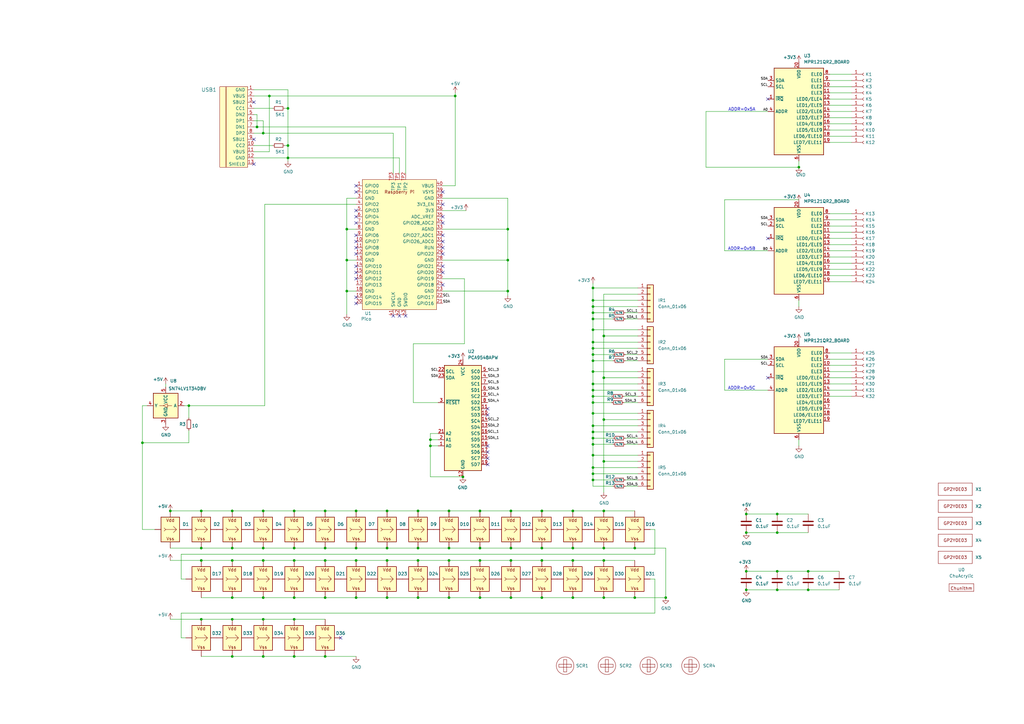
<source format=kicad_sch>
(kicad_sch (version 20211123) (generator eeschema)
  (paper "A3")
  (junction (at 243.205 169.545))
  (junction (at 243.205 160.02))
  (junction (at 247.65 189.23))
  (junction (at 243.205 182.245))
  (junction (at 120.65 224.79))
  (junction (at 58.42 181.61))
  (junction (at 234.95 245.11))
  (junction (at 158.75 209.55))
  (junction (at 107.95 54.61))
  (junction (at 107.95 224.79))
  (junction (at 247.65 245.11))
  (junction (at 243.205 125.73))
  (junction (at 133.35 269.24))
  (junction (at 186.69 39.37))
  (junction (at 120.65 254))
  (junction (at 260.35 245.11))
  (junction (at 247.65 209.55))
  (junction (at 260.35 224.79))
  (junction (at 243.205 177.165))
  (junction (at 243.205 196.85))
  (junction (at 176.53 182.88))
  (junction (at 243.205 165.1))
  (junction (at 222.25 229.87))
  (junction (at 196.85 224.79))
  (junction (at 146.05 229.87))
  (junction (at 176.53 180.34))
  (junction (at 243.205 130.81))
  (junction (at 171.45 209.55))
  (junction (at 82.55 254))
  (junction (at 306.07 234.315))
  (junction (at 120.65 269.24))
  (junction (at 331.47 234.315))
  (junction (at 133.35 224.79))
  (junction (at 82.55 229.87))
  (junction (at 243.205 142.875))
  (junction (at 107.95 245.11))
  (junction (at 243.205 194.31))
  (junction (at 243.205 118.11))
  (junction (at 306.07 241.935))
  (junction (at 120.65 209.55))
  (junction (at 146.05 224.79))
  (junction (at 158.75 229.87))
  (junction (at 318.77 218.44))
  (junction (at 306.07 210.82))
  (junction (at 331.47 241.935))
  (junction (at 196.85 209.55))
  (junction (at 234.95 224.79))
  (junction (at 171.45 245.11))
  (junction (at 142.24 119.38))
  (junction (at 184.15 229.87))
  (junction (at 110.49 39.37))
  (junction (at 95.25 224.79))
  (junction (at 306.07 218.44))
  (junction (at 247.65 154.94))
  (junction (at 327.66 68.58))
  (junction (at 118.11 64.77))
  (junction (at 189.865 195.58))
  (junction (at 95.25 245.11))
  (junction (at 171.45 229.87))
  (junction (at 133.35 209.55))
  (junction (at 184.15 245.11))
  (junction (at 243.205 186.69))
  (junction (at 146.05 209.55))
  (junction (at 247.65 229.87))
  (junction (at 318.77 234.315))
  (junction (at 243.205 152.4))
  (junction (at 247.65 224.79))
  (junction (at 95.25 229.87))
  (junction (at 184.15 224.79))
  (junction (at 209.55 245.11))
  (junction (at 243.205 162.56))
  (junction (at 318.77 210.82))
  (junction (at 107.95 254))
  (junction (at 243.205 128.27))
  (junction (at 247.65 137.795))
  (junction (at 171.45 224.79))
  (junction (at 158.75 245.11))
  (junction (at 107.95 269.24))
  (junction (at 133.35 245.11))
  (junction (at 107.95 229.87))
  (junction (at 243.205 179.705))
  (junction (at 118.11 59.69))
  (junction (at 243.205 191.77))
  (junction (at 142.24 106.68))
  (junction (at 120.65 229.87))
  (junction (at 118.11 44.45))
  (junction (at 95.25 269.24))
  (junction (at 273.05 245.11))
  (junction (at 120.65 245.11))
  (junction (at 243.205 140.335))
  (junction (at 82.55 209.55))
  (junction (at 234.95 209.55))
  (junction (at 222.25 224.79))
  (junction (at 209.55 209.55))
  (junction (at 243.205 135.255))
  (junction (at 95.25 254))
  (junction (at 243.205 174.625))
  (junction (at 77.47 166.37))
  (junction (at 318.77 241.935))
  (junction (at 133.35 229.87))
  (junction (at 107.95 209.55))
  (junction (at 247.65 172.085))
  (junction (at 146.05 245.11))
  (junction (at 142.24 93.98))
  (junction (at 209.55 229.87))
  (junction (at 243.205 145.415))
  (junction (at 209.55 224.79))
  (junction (at 95.25 209.55))
  (junction (at 243.205 157.48))
  (junction (at 222.25 245.11))
  (junction (at 196.85 229.87))
  (junction (at 243.205 123.19))
  (junction (at 222.25 209.55))
  (junction (at 69.85 209.55))
  (junction (at 208.28 106.68))
  (junction (at 208.28 93.98))
  (junction (at 82.55 224.79))
  (junction (at 158.75 224.79))
  (junction (at 105.41 52.07))
  (junction (at 234.95 229.87))
  (junction (at 208.28 119.38))
  (junction (at 196.85 245.11))
  (junction (at 243.205 147.955))
  (junction (at 184.15 209.55))
  (no_connect (at 163.83 129.54))
  (no_connect (at 200.025 187.96))
  (no_connect (at 200.025 190.5))
  (no_connect (at 146.05 99.06))
  (no_connect (at 314.96 154.94))
  (no_connect (at 104.14 67.31))
  (no_connect (at 104.14 41.91))
  (no_connect (at 104.14 57.15))
  (no_connect (at 181.61 101.6))
  (no_connect (at 181.61 104.14))
  (no_connect (at 181.61 109.22))
  (no_connect (at 181.61 111.76))
  (no_connect (at 181.61 78.74))
  (no_connect (at 181.61 83.82))
  (no_connect (at 181.61 88.9))
  (no_connect (at 146.05 121.92))
  (no_connect (at 161.29 129.54))
  (no_connect (at 181.61 91.44))
  (no_connect (at 146.05 104.14))
  (no_connect (at 146.05 111.76))
  (no_connect (at 200.025 185.42))
  (no_connect (at 146.05 124.46))
  (no_connect (at 181.61 96.52))
  (no_connect (at 146.05 78.74))
  (no_connect (at 200.025 170.18))
  (no_connect (at 200.025 167.64))
  (no_connect (at 181.61 116.84))
  (no_connect (at 146.05 96.52))
  (no_connect (at 146.05 109.22))
  (no_connect (at 181.61 99.06))
  (no_connect (at 146.05 76.2))
  (no_connect (at 200.025 182.88))
  (no_connect (at 314.96 40.64))
  (no_connect (at 146.05 114.3))
  (no_connect (at 146.05 86.36))
  (no_connect (at 314.96 97.79))
  (no_connect (at 139.7 261.62))
  (no_connect (at 166.37 129.54))
  (no_connect (at 146.05 101.6))
  (no_connect (at 146.05 91.44))
  (no_connect (at 146.05 88.9))
  (wire (pts (xy 255.905 165.1) (xy 261.62 165.1)))
  (wire (pts (xy 314.96 160.02) (xy 297.18 160.02)))
  (wire (pts (xy 327.66 125.73) (xy 327.66 123.19)))
  (wire (pts (xy 118.11 36.83) (xy 118.11 44.45)))
  (wire (pts (xy 256.54 182.245) (xy 261.62 182.245)))
  (wire (pts (xy 181.61 86.36) (xy 191.135 86.36)))
  (wire (pts (xy 142.24 81.28) (xy 142.24 93.98)))
  (wire (pts (xy 243.205 157.48) (xy 261.62 157.48)))
  (wire (pts (xy 243.205 152.4) (xy 243.205 157.48)))
  (wire (pts (xy 171.45 224.79) (xy 184.15 224.79)))
  (wire (pts (xy 340.36 43.18) (xy 349.25 43.18)))
  (wire (pts (xy 176.53 177.8) (xy 176.53 180.34)))
  (wire (pts (xy 108.585 166.37) (xy 77.47 166.37)))
  (wire (pts (xy 256.54 179.705) (xy 261.62 179.705)))
  (wire (pts (xy 222.25 224.79) (xy 234.95 224.79)))
  (wire (pts (xy 58.42 181.61) (xy 58.42 166.37)))
  (wire (pts (xy 181.61 119.38) (xy 208.28 119.38)))
  (wire (pts (xy 340.36 33.02) (xy 349.25 33.02)))
  (wire (pts (xy 340.36 48.26) (xy 349.25 48.26)))
  (wire (pts (xy 104.14 52.07) (xy 105.41 52.07)))
  (wire (pts (xy 120.65 254) (xy 133.35 254)))
  (wire (pts (xy 247.65 209.55) (xy 260.35 209.55)))
  (wire (pts (xy 340.36 38.1) (xy 349.25 38.1)))
  (wire (pts (xy 243.205 162.56) (xy 250.825 162.56)))
  (wire (pts (xy 243.205 165.1) (xy 243.205 169.545)))
  (wire (pts (xy 110.49 62.23) (xy 110.49 39.37)))
  (wire (pts (xy 243.205 191.77) (xy 261.62 191.77)))
  (wire (pts (xy 349.25 115.57) (xy 340.36 115.57)))
  (wire (pts (xy 146.05 209.55) (xy 158.75 209.55)))
  (wire (pts (xy 208.28 81.28) (xy 208.28 93.98)))
  (wire (pts (xy 247.65 137.795) (xy 247.65 154.94)))
  (wire (pts (xy 268.605 217.17) (xy 268.605 227.33)))
  (wire (pts (xy 69.85 229.87) (xy 82.55 229.87)))
  (wire (pts (xy 327.66 182.88) (xy 327.66 180.34)))
  (wire (pts (xy 176.53 180.34) (xy 176.53 182.88)))
  (wire (pts (xy 349.25 90.17) (xy 340.36 90.17)))
  (wire (pts (xy 268.605 227.33) (xy 74.295 227.33)))
  (wire (pts (xy 243.205 162.56) (xy 243.205 165.1)))
  (wire (pts (xy 349.25 58.42) (xy 340.36 58.42)))
  (wire (pts (xy 243.205 142.875) (xy 243.205 145.415)))
  (wire (pts (xy 340.36 55.88) (xy 349.25 55.88)))
  (wire (pts (xy 95.25 224.79) (xy 107.95 224.79)))
  (wire (pts (xy 74.295 261.62) (xy 76.2 261.62)))
  (wire (pts (xy 196.85 224.79) (xy 209.55 224.79)))
  (wire (pts (xy 243.205 182.245) (xy 243.205 186.69)))
  (wire (pts (xy 243.205 147.955) (xy 243.205 152.4)))
  (wire (pts (xy 243.205 135.255) (xy 261.62 135.255)))
  (wire (pts (xy 266.7 217.17) (xy 268.605 217.17)))
  (wire (pts (xy 340.36 45.72) (xy 349.25 45.72)))
  (wire (pts (xy 58.42 166.37) (xy 60.325 166.37)))
  (wire (pts (xy 234.95 209.55) (xy 247.65 209.55)))
  (wire (pts (xy 297.18 147.32) (xy 314.96 147.32)))
  (wire (pts (xy 340.36 30.48) (xy 349.25 30.48)))
  (wire (pts (xy 261.62 120.65) (xy 247.65 120.65)))
  (wire (pts (xy 327.66 68.58) (xy 327.66 66.04)))
  (wire (pts (xy 349.25 160.02) (xy 340.36 160.02)))
  (wire (pts (xy 95.25 254) (xy 107.95 254)))
  (wire (pts (xy 314.96 45.72) (xy 289.56 45.72)))
  (wire (pts (xy 247.65 172.085) (xy 247.65 189.23)))
  (wire (pts (xy 243.205 165.1) (xy 250.825 165.1)))
  (wire (pts (xy 161.29 54.61) (xy 107.95 54.61)))
  (wire (pts (xy 243.205 177.165) (xy 243.205 179.705)))
  (wire (pts (xy 243.205 174.625) (xy 243.205 177.165)))
  (wire (pts (xy 169.545 140.97) (xy 169.545 165.1)))
  (wire (pts (xy 222.25 229.87) (xy 234.95 229.87)))
  (wire (pts (xy 95.25 245.11) (xy 107.95 245.11)))
  (wire (pts (xy 256.54 128.27) (xy 261.62 128.27)))
  (wire (pts (xy 247.65 154.94) (xy 261.62 154.94)))
  (wire (pts (xy 107.95 269.24) (xy 120.65 269.24)))
  (wire (pts (xy 340.36 35.56) (xy 349.25 35.56)))
  (wire (pts (xy 340.36 50.8) (xy 349.25 50.8)))
  (wire (pts (xy 273.05 245.11) (xy 273.05 224.79)))
  (wire (pts (xy 171.45 245.11) (xy 184.15 245.11)))
  (wire (pts (xy 243.205 142.875) (xy 261.62 142.875)))
  (wire (pts (xy 196.85 229.87) (xy 209.55 229.87)))
  (wire (pts (xy 243.205 145.415) (xy 251.46 145.415)))
  (wire (pts (xy 243.205 147.955) (xy 251.46 147.955)))
  (wire (pts (xy 349.25 152.4) (xy 340.36 152.4)))
  (wire (pts (xy 234.95 224.79) (xy 247.65 224.79)))
  (wire (pts (xy 243.205 194.31) (xy 243.205 196.85)))
  (wire (pts (xy 243.205 169.545) (xy 261.62 169.545)))
  (wire (pts (xy 243.205 118.11) (xy 243.205 123.19)))
  (wire (pts (xy 169.545 165.1) (xy 179.705 165.1)))
  (wire (pts (xy 107.95 245.11) (xy 120.65 245.11)))
  (wire (pts (xy 107.95 229.87) (xy 120.65 229.87)))
  (wire (pts (xy 243.205 128.27) (xy 243.205 130.81)))
  (wire (pts (xy 142.24 93.98) (xy 142.24 106.68)))
  (wire (pts (xy 318.77 234.315) (xy 331.47 234.315)))
  (wire (pts (xy 256.54 145.415) (xy 261.62 145.415)))
  (wire (pts (xy 208.28 119.38) (xy 208.28 121.285)))
  (wire (pts (xy 260.35 224.79) (xy 273.05 224.79)))
  (wire (pts (xy 243.205 140.335) (xy 243.205 142.875)))
  (wire (pts (xy 82.55 229.87) (xy 95.25 229.87)))
  (wire (pts (xy 297.18 102.87) (xy 297.18 81.915)))
  (wire (pts (xy 349.25 87.63) (xy 340.36 87.63)))
  (wire (pts (xy 82.55 254) (xy 95.25 254)))
  (wire (pts (xy 349.25 149.86) (xy 340.36 149.86)))
  (wire (pts (xy 133.35 224.79) (xy 146.05 224.79)))
  (wire (pts (xy 243.205 196.85) (xy 251.46 196.85)))
  (wire (pts (xy 318.77 210.82) (xy 331.47 210.82)))
  (wire (pts (xy 340.36 53.34) (xy 349.25 53.34)))
  (wire (pts (xy 179.705 177.8) (xy 176.53 177.8)))
  (wire (pts (xy 58.42 181.61) (xy 58.42 217.17)))
  (wire (pts (xy 120.65 209.55) (xy 133.35 209.55)))
  (wire (pts (xy 243.205 152.4) (xy 261.62 152.4)))
  (wire (pts (xy 133.35 209.55) (xy 146.05 209.55)))
  (wire (pts (xy 176.53 182.88) (xy 176.53 195.58)))
  (wire (pts (xy 105.41 46.99) (xy 105.41 52.07)))
  (wire (pts (xy 243.205 145.415) (xy 243.205 147.955)))
  (wire (pts (xy 166.37 52.07) (xy 105.41 52.07)))
  (wire (pts (xy 107.95 254) (xy 120.65 254)))
  (wire (pts (xy 95.25 269.24) (xy 107.95 269.24)))
  (wire (pts (xy 209.55 209.55) (xy 222.25 209.55)))
  (wire (pts (xy 171.45 229.87) (xy 184.15 229.87)))
  (wire (pts (xy 331.47 241.935) (xy 344.17 241.935)))
  (wire (pts (xy 209.55 229.87) (xy 222.25 229.87)))
  (wire (pts (xy 349.25 105.41) (xy 340.36 105.41)))
  (wire (pts (xy 104.14 64.77) (xy 118.11 64.77)))
  (wire (pts (xy 107.95 49.53) (xy 107.95 54.61)))
  (wire (pts (xy 146.05 245.11) (xy 158.75 245.11)))
  (wire (pts (xy 190.5 114.3) (xy 181.61 114.3)))
  (wire (pts (xy 247.65 137.795) (xy 261.62 137.795)))
  (wire (pts (xy 190.5 114.3) (xy 190.5 140.97)))
  (wire (pts (xy 166.37 71.12) (xy 166.37 52.07)))
  (wire (pts (xy 243.205 177.165) (xy 261.62 177.165)))
  (wire (pts (xy 77.47 166.37) (xy 77.47 171.45)))
  (wire (pts (xy 243.205 118.11) (xy 261.62 118.11)))
  (wire (pts (xy 176.53 195.58) (xy 189.865 195.58)))
  (wire (pts (xy 176.53 180.34) (xy 179.705 180.34)))
  (wire (pts (xy 349.25 162.56) (xy 340.36 162.56)))
  (wire (pts (xy 234.95 229.87) (xy 247.65 229.87)))
  (wire (pts (xy 163.83 71.12) (xy 163.83 64.77)))
  (wire (pts (xy 108.585 83.82) (xy 108.585 166.37)))
  (wire (pts (xy 77.47 181.61) (xy 58.42 181.61)))
  (wire (pts (xy 82.55 209.55) (xy 95.25 209.55)))
  (wire (pts (xy 349.25 157.48) (xy 340.36 157.48)))
  (wire (pts (xy 176.53 182.88) (xy 179.705 182.88)))
  (wire (pts (xy 120.65 224.79) (xy 133.35 224.79)))
  (wire (pts (xy 234.95 245.11) (xy 247.65 245.11)))
  (wire (pts (xy 349.25 110.49) (xy 340.36 110.49)))
  (wire (pts (xy 222.25 245.11) (xy 234.95 245.11)))
  (wire (pts (xy 268.605 251.46) (xy 74.295 251.46)))
  (wire (pts (xy 349.25 107.95) (xy 340.36 107.95)))
  (wire (pts (xy 58.42 217.17) (xy 63.5 217.17)))
  (wire (pts (xy 306.07 218.44) (xy 318.77 218.44)))
  (wire (pts (xy 171.45 209.55) (xy 184.15 209.55)))
  (wire (pts (xy 243.205 130.81) (xy 243.205 135.255)))
  (wire (pts (xy 243.205 125.73) (xy 261.62 125.73)))
  (wire (pts (xy 74.295 237.49) (xy 76.2 237.49)))
  (wire (pts (xy 104.14 62.23) (xy 110.49 62.23)))
  (wire (pts (xy 110.49 39.37) (xy 186.69 39.37)))
  (wire (pts (xy 349.25 92.71) (xy 340.36 92.71)))
  (wire (pts (xy 256.54 199.39) (xy 261.62 199.39)))
  (wire (pts (xy 190.5 140.97) (xy 169.545 140.97)))
  (wire (pts (xy 104.14 54.61) (xy 107.95 54.61)))
  (wire (pts (xy 95.25 209.55) (xy 107.95 209.55)))
  (wire (pts (xy 74.295 227.33) (xy 74.295 237.49)))
  (wire (pts (xy 74.295 251.46) (xy 74.295 261.62)))
  (wire (pts (xy 349.25 147.32) (xy 340.36 147.32)))
  (wire (pts (xy 247.65 189.23) (xy 261.62 189.23)))
  (wire (pts (xy 243.205 174.625) (xy 261.62 174.625)))
  (wire (pts (xy 95.25 229.87) (xy 107.95 229.87)))
  (wire (pts (xy 104.14 59.69) (xy 111.76 59.69)))
  (wire (pts (xy 120.65 245.11) (xy 133.35 245.11)))
  (wire (pts (xy 255.905 162.56) (xy 261.62 162.56)))
  (wire (pts (xy 107.95 224.79) (xy 120.65 224.79)))
  (wire (pts (xy 146.05 229.87) (xy 158.75 229.87)))
  (wire (pts (xy 161.29 71.12) (xy 161.29 54.61)))
  (wire (pts (xy 142.24 106.68) (xy 142.24 119.38)))
  (wire (pts (xy 318.77 218.44) (xy 331.47 218.44)))
  (wire (pts (xy 104.14 44.45) (xy 111.76 44.45)))
  (wire (pts (xy 243.205 186.69) (xy 261.62 186.69)))
  (wire (pts (xy 340.36 40.64) (xy 349.25 40.64)))
  (wire (pts (xy 107.95 209.55) (xy 120.65 209.55)))
  (wire (pts (xy 247.65 120.65) (xy 247.65 137.795)))
  (wire (pts (xy 243.205 194.31) (xy 261.62 194.31)))
  (wire (pts (xy 247.65 224.79) (xy 260.35 224.79)))
  (wire (pts (xy 118.11 59.69) (xy 116.84 59.69)))
  (wire (pts (xy 349.25 102.87) (xy 340.36 102.87)))
  (wire (pts (xy 163.83 64.77) (xy 118.11 64.77)))
  (wire (pts (xy 82.55 269.24) (xy 95.25 269.24)))
  (wire (pts (xy 256.54 130.81) (xy 261.62 130.81)))
  (wire (pts (xy 120.65 269.24) (xy 133.35 269.24)))
  (wire (pts (xy 266.7 237.49) (xy 268.605 237.49)))
  (wire (pts (xy 243.205 179.705) (xy 243.205 182.245)))
  (wire (pts (xy 196.85 245.11) (xy 209.55 245.11)))
  (wire (pts (xy 256.54 147.955) (xy 261.62 147.955)))
  (wire (pts (xy 104.14 36.83) (xy 118.11 36.83)))
  (wire (pts (xy 82.55 245.11) (xy 95.25 245.11)))
  (wire (pts (xy 104.14 39.37) (xy 110.49 39.37)))
  (wire (pts (xy 268.605 237.49) (xy 268.605 251.46)))
  (wire (pts (xy 331.47 234.315) (xy 344.17 234.315)))
  (wire (pts (xy 243.205 179.705) (xy 251.46 179.705)))
  (wire (pts (xy 256.54 196.85) (xy 261.62 196.85)))
  (wire (pts (xy 184.15 224.79) (xy 196.85 224.79)))
  (wire (pts (xy 243.205 128.27) (xy 251.46 128.27)))
  (wire (pts (xy 184.15 229.87) (xy 196.85 229.87)))
  (wire (pts (xy 243.205 123.19) (xy 261.62 123.19)))
  (wire (pts (xy 158.75 209.55) (xy 171.45 209.55)))
  (wire (pts (xy 261.62 160.02) (xy 243.205 160.02)))
  (wire (pts (xy 146.05 81.28) (xy 142.24 81.28)))
  (wire (pts (xy 297.18 160.02) (xy 297.18 147.32)))
  (wire (pts (xy 142.24 119.38) (xy 146.05 119.38)))
  (wire (pts (xy 208.28 106.68) (xy 208.28 119.38)))
  (wire (pts (xy 297.18 81.915) (xy 327.66 81.915)))
  (wire (pts (xy 77.47 176.53) (xy 77.47 181.61)))
  (wire (pts (xy 69.85 254) (xy 82.55 254)))
  (wire (pts (xy 243.205 116.205) (xy 243.205 118.11)))
  (wire (pts (xy 146.05 224.79) (xy 158.75 224.79)))
  (wire (pts (xy 158.75 224.79) (xy 171.45 224.79)))
  (wire (pts (xy 243.205 199.39) (xy 251.46 199.39)))
  (wire (pts (xy 289.56 45.72) (xy 289.56 68.58)))
  (wire (pts (xy 133.35 269.24) (xy 146.05 269.24)))
  (wire (pts (xy 181.61 81.28) (xy 208.28 81.28)))
  (wire (pts (xy 120.65 229.87) (xy 133.35 229.87)))
  (wire (pts (xy 349.25 154.94) (xy 340.36 154.94)))
  (wire (pts (xy 158.75 229.87) (xy 171.45 229.87)))
  (wire (pts (xy 243.205 160.02) (xy 243.205 162.56)))
  (wire (pts (xy 181.61 106.68) (xy 208.28 106.68)))
  (wire (pts (xy 133.35 229.87) (xy 146.05 229.87)))
  (wire (pts (xy 67.945 157.48) (xy 67.945 158.75)))
  (wire (pts (xy 118.11 44.45) (xy 118.11 59.69)))
  (wire (pts (xy 243.205 182.245) (xy 251.46 182.245)))
  (wire (pts (xy 133.35 245.11) (xy 146.05 245.11)))
  (wire (pts (xy 82.55 224.79) (xy 95.25 224.79)))
  (wire (pts (xy 247.65 172.085) (xy 261.62 172.085)))
  (wire (pts (xy 208.28 93.98) (xy 208.28 106.68)))
  (wire (pts (xy 196.85 209.55) (xy 209.55 209.55)))
  (wire (pts (xy 118.11 64.77) (xy 118.11 66.04)))
  (wire (pts (xy 318.77 241.935) (xy 331.47 241.935)))
  (wire (pts (xy 306.07 241.935) (xy 318.77 241.935)))
  (wire (pts (xy 247.65 154.94) (xy 247.65 172.085)))
  (wire (pts (xy 247.65 229.87) (xy 260.35 229.87)))
  (wire (pts (xy 349.25 100.33) (xy 340.36 100.33)))
  (wire (pts (xy 314.96 102.87) (xy 297.18 102.87)))
  (wire (pts (xy 289.56 68.58) (xy 327.66 68.58)))
  (wire (pts (xy 184.15 245.11) (xy 196.85 245.11)))
  (wire (pts (xy 181.61 93.98) (xy 208.28 93.98)))
  (wire (pts (xy 209.55 224.79) (xy 222.25 224.79)))
  (wire (pts (xy 243.205 135.255) (xy 243.205 140.335)))
  (wire (pts (xy 247.65 245.11) (xy 260.35 245.11)))
  (wire (pts (xy 260.35 245.11) (xy 273.05 245.11)))
  (wire (pts (xy 243.205 125.73) (xy 243.205 128.27)))
  (wire (pts (xy 184.15 209.55) (xy 196.85 209.55)))
  (wire (pts (xy 186.69 39.37) (xy 186.69 38.1)))
  (wire (pts (xy 158.75 245.11) (xy 171.45 245.11)))
  (wire (pts (xy 104.14 49.53) (xy 107.95 49.53)))
  (wire (pts (xy 118.11 59.69) (xy 118.11 64.77)))
  (wire (pts (xy 349.25 144.78) (xy 340.36 144.78)))
  (wire (pts (xy 209.55 245.11) (xy 222.25 245.11)))
  (wire (pts (xy 222.25 209.55) (xy 234.95 209.55)))
  (wire (pts (xy 306.07 210.82) (xy 318.77 210.82)))
  (wire (pts (xy 104.14 46.99) (xy 105.41 46.99)))
  (wire (pts (xy 243.205 123.19) (xy 243.205 125.73)))
  (wire (pts (xy 142.24 93.98) (xy 146.05 93.98)))
  (wire (pts (xy 243.205 157.48) (xy 243.205 160.02)))
  (wire (pts (xy 118.11 44.45) (xy 116.84 44.45)))
  (wire (pts (xy 69.85 224.79) (xy 82.55 224.79)))
  (wire (pts (xy 243.205 191.77) (xy 243.205 194.31)))
  (wire (pts (xy 243.205 140.335) (xy 261.62 140.335)))
  (wire (pts (xy 181.61 76.2) (xy 186.69 76.2)))
  (wire (pts (xy 77.47 166.37) (xy 75.565 166.37)))
  (wire (pts (xy 349.25 97.79) (xy 340.36 97.79)))
  (wire (pts (xy 349.25 95.25) (xy 340.36 95.25)))
  (wire (pts (xy 243.205 130.81) (xy 251.46 130.81)))
  (wire (pts (xy 69.85 209.55) (xy 82.55 209.55)))
  (wire (pts (xy 186.69 39.37) (xy 186.69 76.2)))
  (wire (pts (xy 243.205 186.69) (xy 243.205 191.77)))
  (wire (pts (xy 142.24 119.38) (xy 142.24 128.905)))
  (wire (pts (xy 243.205 169.545) (xy 243.205 174.625)))
  (wire (pts (xy 142.24 106.68) (xy 146.05 106.68)))
  (wire (pts (xy 306.07 234.315) (xy 318.77 234.315)))
  (wire (pts (xy 247.65 189.23) (xy 247.65 201.93)))
  (wire (pts (xy 146.05 83.82) (xy 108.585 83.82)))
  (wire (pts (xy 349.25 113.03) (xy 340.36 113.03)))
  (wire (pts (xy 243.205 196.85) (xy 243.205 199.39)))
  (text "ADDR=0x5C" (at 309.88 160.02 180) (effects (font (size 1.27 1.27)) (justify right bottom)))
  (text "ADDR=0x5A" (at 309.88 45.72 180) (effects (font (size 1.27 1.27)) (justify right bottom)))
  (text "ADDR=0x5B" (at 309.88 102.87 180) (effects (font (size 1.27 1.27)) (justify right bottom)))
  (label "SCL_2" (at 261.62 145.415 180) (effects (font (size 1 1))))
  (label "SDA_3" (at 260.985 165.1 180) (effects (font (size 1 1))))
  (label "SCL_2" (at 200.025 172.72 0) (effects (font (size 1 1))))
  (label "SDA_5" (at 200.025 160.02 0) (effects (font (size 1 1))))
  (label "SCL_4" (at 261.62 179.705 180) (effects (font (size 1 1))))
  (label "SDA_4" (at 200.025 165.1 0) (effects (font (size 1 1))))
  (label "SCL" (at 314.96 149.86 180) (effects (font (size 1 1))))
  (label "SCL_1" (at 261.62 128.27 180) (effects (font (size 1 1))))
  (label "SCL_4" (at 200.025 162.56 0) (effects (font (size 1 1))))
  (label "SDA_2" (at 261.62 147.955 180) (effects (font (size 1 1))))
  (label "SCL_3" (at 260.985 162.56 180) (effects (font (size 1 1))))
  (label "SDA" (at 179.705 154.94 180) (effects (font (size 1 1))))
  (label "SCL_1" (at 200.025 177.8 0) (effects (font (size 1 1))))
  (label "SDA_3" (at 200.025 154.94 0) (effects (font (size 1 1))))
  (label "SDA_5" (at 261.62 199.39 180) (effects (font (size 1 1))))
  (label "SCL" (at 314.96 35.56 180) (effects (font (size 1 1))))
  (label "SDA_4" (at 261.62 182.245 180) (effects (font (size 1 1))))
  (label "SDA" (at 314.96 147.32 180) (effects (font (size 1 1))))
  (label "SCL_3" (at 200.025 152.4 0) (effects (font (size 1 1))))
  (label "SDA" (at 314.96 90.17 180) (effects (font (size 1 1))))
  (label "SCL_5" (at 200.025 157.48 0) (effects (font (size 1 1))))
  (label "SDA_2" (at 200.025 175.26 0) (effects (font (size 1 1))))
  (label "A0" (at 314.96 45.72 180) (effects (font (size 1 1))))
  (label "SCL" (at 181.61 121.92 0) (effects (font (size 1 1))))
  (label "SDA" (at 181.61 124.46 0) (effects (font (size 1 1))))
  (label "SCL" (at 179.705 152.4 180) (effects (font (size 1 1))))
  (label "SCL" (at 314.96 92.71 180) (effects (font (size 1 1))))
  (label "B0" (at 314.96 102.87 180) (effects (font (size 1 1))))
  (label "SDA_1" (at 261.62 130.81 180) (effects (font (size 1 1))))
  (label "SDA" (at 314.96 33.02 180) (effects (font (size 1 1))))
  (label "SDA_1" (at 200.025 180.34 0) (effects (font (size 1 1))))
  (label "SCL_5" (at 261.62 196.85 180) (effects (font (size 1 1))))
  (symbol (lib_id "MCU_RaspberryPi_and_Boards:Pico") (at 163.83 100.33 0) (unit 1)
    (property "Reference" "U1" (at 152.4 128.4986 0) (effects (justify right)))
    (property "Value" "Pico" (at 152.4 130.81 0) (effects (justify right)))
    (property "Footprint" "chu_main:RPi_Pico_SMD_Pins_Strip" (effects hide))
  )
  (symbol (lib_id "Type-C:HRO-TYPE-C-31-M-12") (at 101.6 50.8 0) (unit 1)
    (property "Reference" "USB1" (at 82.55 36.83 0) (effects (font (size 1.524 1.524)) (justify left)))
    (property "Value" "U262-161N-4BVC11" (effects hide))
    (property "Footprint" "Type-C:HRO-TYPE-C-31-M-12-Assembly" (effects hide))
    (property "LCSC" "C319148" (effects hide))
  )
  (symbol (lib_id "power:GND") (at 118.11 66.04 0) (unit 1)
    (property "Reference" "#PWR0112" (effects hide))
    (property "Value" "GND" (at 118.237 70.4342 0))
  )
  (symbol (lib_id "power:+5V") (at 186.69 38.1 0) (unit 1)
    (property "Reference" "#PWR0114" (effects hide))
    (property "Value" "+5V" (at 186.69 34.29 0))
  )
  (symbol (lib_id "Device:R_Small") (at 114.3 59.69 90) (unit 1)
    (property "Reference" "R2" (at 115.57 57.15 90) (effects (justify left)))
    (property "Value" "5K1" (at 116.84 62.23 90) (effects (justify left)))
    (property "Footprint" "Resistor_SMD:R_0603_1608Metric" (effects hide))
    (property "LCSC" "C23186" (effects hide))
  )
  (symbol (lib_id "Device:R_Small") (at 114.3 44.45 90) (unit 1)
    (property "Reference" "R1" (at 115.57 41.91 90) (effects (justify left)))
    (property "Value" "5K1" (at 116.84 46.99 90) (effects (justify left)))
    (property "Footprint" "Resistor_SMD:R_0603_1608Metric" (effects hide))
    (property "LCSC" "C23186" (effects hide))
  )
  (symbol (lib_id "Connector:Conn_01x01_Female") (at 354.33 55.88 0) (unit 1)
    (property "Reference" "K11" (at 354.965 55.8799 0) (effects (justify left)))
    (property "Value" "Conn_01x01_Female" (effects hide))
    (property "Footprint" "chu_main:ChuKey" (effects hide))
  )
  (symbol (lib_id "chu_main:WS2812B_Unified") (at 82.55 261.62 0) (unit 1)
    (property "Reference" "D32" (at 88.9 259.715 0))
    (property "Value" "WS2812B_Unified" (effects hide))
    (property "Footprint" "chu_main:WS2812B-2835" (effects hide))
  )
  (symbol (lib_id "Device:R_Small") (at 253.365 165.1 270) (unit 1)
    (property "Reference" "R9" (at 248.92 163.83 90) (effects (justify left)))
    (property "Value" "4.7K" (at 251.9925 165.1156 90) (effects (font (size 0.8 0.8)) (justify left)))
    (property "Footprint" "Resistor_SMD:R_0603_1608Metric" (effects hide))
    (property "LCSC" "C23186" (effects hide))
  )
  (symbol (lib_id "Connector:Conn_01x01_Female") (at 354.33 35.56 0) (unit 1)
    (property "Reference" "K3" (at 354.965 35.5599 0) (effects (justify left)))
    (property "Value" "Conn_01x01_Female" (effects hide))
    (property "Footprint" "chu_main:ChuKey" (effects hide))
  )
  (symbol (lib_id "chu_main:GP2Y0E03_REAL") (at 391.795 196.215 0) (unit 1)
    (property "Reference" "X1" (at 400.05 200.6599 0) (effects (justify left)))
    (property "Value" "GP2Y0E03_REAL" (effects hide))
    (property "Footprint" "chu_main:GP2Y0E03_REAL" (effects hide))
  )
  (symbol (lib_id "power:GND") (at 327.66 68.58 0) (unit 1)
    (property "Reference" "#PWR0122" (effects hide))
    (property "Value" "GND" (at 328.422 71.7042 0))
  )
  (symbol (lib_id "Connector:Conn_01x01_Female") (at 354.33 162.56 0) (unit 1)
    (property "Reference" "K32" (at 354.965 162.56 0) (effects (justify left)))
    (property "Value" "Conn_01x01_Female" (effects hide))
    (property "Footprint" "chu_main:ChuKeyScrews" (effects hide))
  )
  (symbol (lib_id "chu_main:WS2812B_Unified") (at 82.55 237.49 0) (unit 1)
    (property "Reference" "D17" (at 88.9 235.331 0))
    (property "Value" "WS2812B_Unified" (effects hide))
    (property "Footprint" "chu_main:WS2812B-4020" (effects hide))
  )
  (symbol (lib_id "chu_main:WS2812B_Unified") (at 120.65 237.49 0) (unit 1)
    (property "Reference" "D20" (at 127 235.331 0))
    (property "Value" "WS2812B_Unified" (effects hide))
    (property "Footprint" "chu_main:WS2812B-4020" (effects hide))
  )
  (symbol (lib_id "chu_main:GP2Y0E03_REAL") (at 391.795 203.2 0) (unit 1)
    (property "Reference" "X2" (at 400.05 207.6449 0) (effects (justify left)))
    (property "Value" "GP2Y0E03_REAL" (effects hide))
    (property "Footprint" "chu_main:GP2Y0E03_REAL" (effects hide))
  )
  (symbol (lib_id "Device:C") (at 306.07 238.125 0) (unit 1)
    (property "Reference" "C4" (at 309.88 236.8549 0) (effects (justify left)))
    (property "Value" "0.1uF" (at 309.88 239.3949 0) (effects (justify left)))
    (property "Footprint" "Capacitor_SMD:C_0603_1608Metric_Pad1.08x0.95mm_HandSolder" (effects hide))
  )
  (symbol (lib_id "chu_main:WS2812B_Unified") (at 146.05 217.17 0) (unit 1)
    (property "Reference" "D7" (at 152.4 215.011 0))
    (property "Value" "WS2812B_Unified" (effects hide))
    (property "Footprint" "chu_main:WS2812B-4020" (effects hide))
  )
  (symbol (lib_id "Connector:Conn_01x01_Female") (at 354.33 90.17 0) (unit 1)
    (property "Reference" "K14" (at 354.965 90.17 0) (effects (justify left)))
    (property "Value" "Conn_01x01_Female" (effects hide))
    (property "Footprint" "chu_main:ChuKeyScrews" (effects hide))
  )
  (symbol (lib_id "Device:C") (at 331.47 214.63 0) (unit 1)
    (property "Reference" "C3" (at 335.28 213.3599 0) (effects (justify left)))
    (property "Value" "0.1uF" (at 335.28 215.8999 0) (effects (justify left)))
    (property "Footprint" "Capacitor_SMD:C_0603_1608Metric_Pad1.08x0.95mm_HandSolder" (effects hide))
  )
  (symbol (lib_id "Connector:Conn_01x01_Female") (at 354.33 154.94 0) (unit 1)
    (property "Reference" "K29" (at 354.965 154.94 0) (effects (justify left)))
    (property "Value" "Conn_01x01_Female" (effects hide))
    (property "Footprint" "chu_main:ChuKey" (effects hide))
  )
  (symbol (lib_id "Device:C") (at 344.17 238.125 0) (unit 1)
    (property "Reference" "C7" (at 347.98 236.8549 0) (effects (justify left)))
    (property "Value" "0.1uF" (at 347.98 239.3949 0) (effects (justify left)))
    (property "Footprint" "Capacitor_SMD:C_0603_1608Metric_Pad1.08x0.95mm_HandSolder" (effects hide))
  )
  (symbol (lib_id "chu_main:WS2812B_Unified") (at 133.35 237.49 0) (unit 1)
    (property "Reference" "D21" (at 139.7 235.331 0))
    (property "Value" "WS2812B_Unified" (effects hide))
    (property "Footprint" "chu_main:WS2812B-4020" (effects hide))
  )
  (symbol (lib_id "Device:R_Small") (at 254 147.955 270) (unit 1)
    (property "Reference" "R7" (at 249.555 146.685 90) (effects (justify left)))
    (property "Value" "4.7K" (at 252.6275 147.9706 90) (effects (font (size 0.8 0.8)) (justify left)))
    (property "Footprint" "Resistor_SMD:R_0603_1608Metric" (effects hide))
    (property "LCSC" "C23186" (effects hide))
  )
  (symbol (lib_id "chu_main:WS2812B_Unified") (at 120.65 261.62 0) (unit 1)
    (property "Reference" "D35" (at 127 259.715 0))
    (property "Value" "WS2812B_Unified" (effects hide))
    (property "Footprint" "chu_main:WS2812B-2835" (effects hide))
  )
  (symbol (lib_id "chu_main:WS2812B_Unified") (at 171.45 217.17 0) (unit 1)
    (property "Reference" "D9" (at 177.8 215.011 0))
    (property "Value" "WS2812B_Unified" (effects hide))
    (property "Footprint" "chu_main:WS2812B-4020" (effects hide))
  )
  (symbol (lib_id "chu_main:WS2812B_Unified") (at 69.85 217.17 0) (unit 1)
    (property "Reference" "D1" (at 76.2 215.011 0))
    (property "Value" "WS2812B_Unified" (effects hide))
    (property "Footprint" "chu_main:WS2812B-4020" (effects hide))
  )
  (symbol (lib_id "Connector:Conn_01x01_Female") (at 354.33 157.48 0) (unit 1)
    (property "Reference" "K30" (at 354.965 157.48 0) (effects (justify left)))
    (property "Value" "Conn_01x01_Female" (effects hide))
    (property "Footprint" "chu_main:ChuKeyScrews" (effects hide))
  )
  (symbol (lib_id "Connector:Conn_01x01_Female") (at 354.33 30.48 0) (unit 1)
    (property "Reference" "K1" (at 354.965 30.4799 0) (effects (justify left)))
    (property "Value" "Conn_01x01_Female" (effects hide))
    (property "Footprint" "chu_main:ChuKey" (effects hide))
  )
  (symbol (lib_id "power:+3V3") (at 306.07 234.315 0) (unit 1)
    (property "Reference" "#PWR0105" (effects hide))
    (property "Value" "+3V3" (at 305.435 230.505 0))
  )
  (symbol (lib_id "power:GND") (at 306.07 241.935 0) (unit 1)
    (property "Reference" "#PWR0116" (effects hide))
    (property "Value" "GND" (at 306.197 246.3292 0))
  )
  (symbol (lib_id "Connector:Conn_01x01_Female") (at 354.33 45.72 0) (unit 1)
    (property "Reference" "K7" (at 354.965 45.7199 0) (effects (justify left)))
    (property "Value" "Conn_01x01_Female" (effects hide))
    (property "Footprint" "chu_main:ChuKey" (effects hide))
  )
  (symbol (lib_id "Device:R_Small") (at 77.47 173.99 180) (unit 1)
    (property "Reference" "R3" (at 76.2 173.99 0) (effects (justify left)))
    (property "Value" "10" (at 81.28 174.625 0) (effects (justify left)))
    (property "Footprint" "Resistor_SMD:R_0603_1608Metric" (effects hide))
    (property "LCSC" "C23186" (effects hide))
  )
  (symbol (lib_id "chu_main:WS2812B_Unified") (at 184.15 237.49 0) (unit 1)
    (property "Reference" "D25" (at 190.5 235.331 0))
    (property "Value" "WS2812B_Unified" (effects hide))
    (property "Footprint" "chu_main:WS2812B-4020" (effects hide))
  )
  (symbol (lib_id "chu_main:WS2812B_Unified") (at 222.25 237.49 0) (unit 1)
    (property "Reference" "D28" (at 228.6 235.331 0))
    (property "Value" "WS2812B_Unified" (effects hide))
    (property "Footprint" "chu_main:WS2812B-4020" (effects hide))
  )
  (symbol (lib_id "power:+5V") (at 69.85 254 0) (unit 1)
    (property "Reference" "#PWR0115" (effects hide))
    (property "Value" "+5V" (at 66.675 252.095 0))
  )
  (symbol (lib_id "power:GND") (at 142.24 128.905 0) (unit 1)
    (property "Reference" "#PWR0125" (effects hide))
    (property "Value" "GND" (at 142.367 133.2992 0))
  )
  (symbol (lib_id "power:GND") (at 208.28 121.285 0) (unit 1)
    (property "Reference" "#PWR0103" (effects hide))
    (property "Value" "GND" (at 208.407 125.6792 0))
  )
  (symbol (lib_id "power:+5V") (at 67.945 157.48 0) (unit 1)
    (property "Reference" "#PWR0117" (effects hide))
    (property "Value" "+5V" (at 64.77 155.575 0))
  )
  (symbol (lib_id "Connector:Conn_01x01_Female") (at 354.33 160.02 0) (unit 1)
    (property "Reference" "K31" (at 354.965 160.02 0) (effects (justify left)))
    (property "Value" "Conn_01x01_Female" (effects hide))
    (property "Footprint" "chu_main:ChuKey" (effects hide))
  )
  (symbol (lib_id "Device:R_Small") (at 254 128.27 270) (unit 1)
    (property "Reference" "R4" (at 249.555 127 90) (effects (justify left)))
    (property "Value" "4.7K" (at 252.5688 128.2982 90) (effects (font (size 0.8 0.8)) (justify left)))
    (property "Footprint" "Resistor_SMD:R_0603_1608Metric" (effects hide))
    (property "LCSC" "C23186" (effects hide))
  )
  (symbol (lib_id "chu_main:WS2812B_Unified") (at 107.95 237.49 0) (unit 1)
    (property "Reference" "D19" (at 114.3 235.331 0))
    (property "Value" "WS2812B_Unified" (effects hide))
    (property "Footprint" "chu_main:WS2812B-4020" (effects hide))
  )
  (symbol (lib_id "chu_main:WS2812B_Unified") (at 184.15 217.17 0) (unit 1)
    (property "Reference" "D10" (at 190.5 215.011 0))
    (property "Value" "WS2812B_Unified" (effects hide))
    (property "Footprint" "chu_main:WS2812B-4020" (effects hide))
  )
  (symbol (lib_id "Device:R_Small") (at 254 179.705 270) (unit 1)
    (property "Reference" "R10" (at 248.285 178.435 90) (effects (justify left)))
    (property "Value" "4.7K" (at 252.5688 179.7332 90) (effects (font (size 0.8 0.8)) (justify left)))
    (property "Footprint" "Resistor_SMD:R_0603_1608Metric" (effects hide))
    (property "LCSC" "C23186" (effects hide))
  )
  (symbol (lib_id "chu_main:WS2812B_Unified") (at 222.25 217.17 0) (unit 1)
    (property "Reference" "D13" (at 228.6 215.011 0))
    (property "Value" "WS2812B_Unified" (effects hide))
    (property "Footprint" "chu_main:WS2812B-4020" (effects hide))
  )
  (symbol (lib_id "Device:C") (at 331.47 238.125 0) (unit 1)
    (property "Reference" "C6" (at 335.28 236.8549 0) (effects (justify left)))
    (property "Value" "0.1uF" (at 335.28 239.3949 0) (effects (justify left)))
    (property "Footprint" "Capacitor_SMD:C_0603_1608Metric_Pad1.08x0.95mm_HandSolder" (effects hide))
  )
  (symbol (lib_id "Connector:Conn_01x01_Female") (at 354.33 149.86 0) (unit 1)
    (property "Reference" "K27" (at 354.965 149.86 0) (effects (justify left)))
    (property "Value" "Conn_01x01_Female" (effects hide))
    (property "Footprint" "chu_main:ChuKey" (effects hide))
  )
  (symbol (lib_id "power:GND") (at 327.66 182.88 0) (unit 1)
    (property "Reference" "#PWR0119" (effects hide))
    (property "Value" "GND" (at 327.787 187.2742 0))
  )
  (symbol (lib_id "iidx_teeny:ScrewHole") (at 248.92 273.05 0) (unit 1)
    (property "Reference" "SCR2" (at 254 273.0499 0) (effects (justify left)))
    (property "Value" "ScrewHole" (effects hide))
    (property "Footprint" "chu_main:MountingHole_3.2mm_M3" (effects hide))
  )
  (symbol (lib_id "Connector:Conn_01x01_Female") (at 354.33 102.87 0) (unit 1)
    (property "Reference" "K19" (at 354.965 102.87 0) (effects (justify left)))
    (property "Value" "Conn_01x01_Female" (effects hide))
    (property "Footprint" "chu_main:ChuKey" (effects hide))
  )
  (symbol (lib_id "Device:R_Small") (at 254 199.39 270) (unit 1)
    (property "Reference" "R13" (at 248.285 198.12 90) (effects (justify left)))
    (property "Value" "4.7K" (at 252.6275 199.4056 90) (effects (font (size 0.8 0.8)) (justify left)))
    (property "Footprint" "Resistor_SMD:R_0603_1608Metric" (effects hide))
    (property "LCSC" "C23186" (effects hide))
  )
  (symbol (lib_id "Connector_Generic:Conn_01x06") (at 266.7 174.625 0) (unit 1)
    (property "Reference" "IR4" (at 269.875 174.6249 0) (effects (justify left)))
    (property "Value" "Conn_01x06" (at 269.875 177.1649 0) (effects (justify left)))
    (property "Footprint" "chu_main:GP2Y0E03" (effects hide))
  )
  (symbol (lib_id "Connector:Conn_01x01_Female") (at 354.33 43.18 0) (unit 1)
    (property "Reference" "K6" (at 354.965 43.18 0) (effects (justify left)))
    (property "Value" "Conn_01x01_Female" (effects hide))
    (property "Footprint" "chu_main:ChuKeyScrews" (effects hide))
  )
  (symbol (lib_id "chu_main:WS2812B_Unified") (at 196.85 237.49 0) (unit 1)
    (property "Reference" "D26" (at 203.2 235.331 0))
    (property "Value" "WS2812B_Unified" (effects hide))
    (property "Footprint" "chu_main:WS2812B-4020" (effects hide))
  )
  (symbol (lib_id "power:+3V3") (at 189.865 147.32 0) (unit 1)
    (property "Reference" "#PWR?" (effects hide))
    (property "Value" "+3V3" (at 186.055 146.05 0))
  )
  (symbol (lib_id "power:GND") (at 67.945 173.99 0) (unit 1)
    (property "Reference" "#PWR0113" (effects hide))
    (property "Value" "GND" (at 68.072 178.3842 0))
  )
  (symbol (lib_id "Connector:Conn_01x01_Female") (at 354.33 92.71 0) (unit 1)
    (property "Reference" "K15" (at 354.965 92.71 0) (effects (justify left)))
    (property "Value" "Conn_01x01_Female" (effects hide))
    (property "Footprint" "chu_main:ChuKey" (effects hide))
  )
  (symbol (lib_id "chu_main:WS2812B_Unified") (at 196.85 217.17 0) (unit 1)
    (property "Reference" "D11" (at 203.2 215.011 0))
    (property "Value" "WS2812B_Unified" (effects hide))
    (property "Footprint" "chu_main:WS2812B-4020" (effects hide))
  )
  (symbol (lib_id "chu_main:WS2812B_Unified") (at 171.45 237.49 0) (unit 1)
    (property "Reference" "D24" (at 177.8 235.331 0))
    (property "Value" "WS2812B_Unified" (effects hide))
    (property "Footprint" "chu_main:WS2812B-4020" (effects hide))
  )
  (symbol (lib_id "power:GND") (at 327.66 125.73 0) (unit 1)
    (property "Reference" "#PWR0120" (effects hide))
    (property "Value" "GND" (at 327.787 130.1242 0))
  )
  (symbol (lib_id "chu_main:WS2812B_Unified") (at 209.55 217.17 0) (unit 1)
    (property "Reference" "D12" (at 215.9 215.011 0))
    (property "Value" "WS2812B_Unified" (effects hide))
    (property "Footprint" "chu_main:WS2812B-4020" (effects hide))
  )
  (symbol (lib_id "Connector_Generic:Conn_01x06") (at 266.7 123.19 0) (unit 1)
    (property "Reference" "IR1" (at 269.875 123.1899 0) (effects (justify left)))
    (property "Value" "Conn_01x06" (at 269.875 125.7299 0) (effects (justify left)))
    (property "Footprint" "chu_main:GP2Y0E03" (effects hide))
  )
  (symbol (lib_id "chu_main:GP2Y0E03_REAL") (at 391.795 210.185 0) (unit 1)
    (property "Reference" "X3" (at 400.05 214.6299 0) (effects (justify left)))
    (property "Value" "GP2Y0E03_REAL" (effects hide))
    (property "Footprint" "chu_main:GP2Y0E03_REAL" (effects hide))
  )
  (symbol (lib_id "power:GND") (at 189.865 195.58 0) (mirror y) (unit 1)
    (property "Reference" "#PWR?" (effects hide))
    (property "Value" "GND" (at 189.738 199.9742 0))
  )
  (symbol (lib_id "Device:R_Small") (at 254 145.415 270) (unit 1)
    (property "Reference" "R6" (at 249.555 144.145 90) (effects (justify left)))
    (property "Value" "4.7K" (at 252.5688 145.4432 90) (effects (font (size 0.8 0.8)) (justify left)))
    (property "Footprint" "Resistor_SMD:R_0603_1608Metric" (effects hide))
    (property "LCSC" "C23186" (effects hide))
  )
  (symbol (lib_id "Device:C") (at 318.77 238.125 0) (unit 1)
    (property "Reference" "C5" (at 322.58 236.8549 0) (effects (justify left)))
    (property "Value" "0.1uF" (at 322.58 239.3949 0) (effects (justify left)))
    (property "Footprint" "Capacitor_SMD:C_0603_1608Metric_Pad1.08x0.95mm_HandSolder" (effects hide))
  )
  (symbol (lib_id "chu_main:WS2812B_Unified") (at 107.95 261.62 0) (unit 1)
    (property "Reference" "D34" (at 114.3 259.715 0))
    (property "Value" "WS2812B_Unified" (effects hide))
    (property "Footprint" "chu_main:WS2812B-2835" (effects hide))
  )
  (symbol (lib_id "Connector:Conn_01x01_Female") (at 354.33 40.64 0) (unit 1)
    (property "Reference" "K5" (at 354.965 40.6399 0) (effects (justify left)))
    (property "Value" "Conn_01x01_Female" (effects hide))
    (property "Footprint" "chu_main:ChuKey" (effects hide))
  )
  (symbol (lib_id "Connector:Conn_01x01_Female") (at 354.33 113.03 0) (unit 1)
    (property "Reference" "K23" (at 354.965 113.0301 0) (effects (justify left)))
    (property "Value" "Conn_01x01_Female" (effects hide))
    (property "Footprint" "chu_main:ChuKey" (effects hide))
  )
  (symbol (lib_id "chu_main:WS2812B_Unified") (at 95.25 261.62 0) (unit 1)
    (property "Reference" "D33" (at 101.6 259.715 0))
    (property "Value" "WS2812B_Unified" (effects hide))
    (property "Footprint" "chu_main:WS2812B-2835" (effects hide))
  )
  (symbol (lib_id "power:+3V3") (at 327.66 139.7 0) (unit 1)
    (property "Reference" "#PWR0121" (effects hide))
    (property "Value" "+3V3" (at 323.85 137.795 0))
  )
  (symbol (lib_id "chu_main:WS2812B_Unified") (at 158.75 217.17 0) (unit 1)
    (property "Reference" "D8" (at 165.1 215.011 0))
    (property "Value" "WS2812B_Unified" (effects hide))
    (property "Footprint" "chu_main:WS2812B-4020" (effects hide))
  )
  (symbol (lib_id "chu_main:MPR121QR2_BOARD") (at 327.66 102.87 0) (unit 1)
    (property "Reference" "U4" (at 329.6794 80.01 0) (effects (justify left)))
    (property "Value" "MPR121QR2_BOARD" (at 329.6794 82.55 0) (effects (justify left)))
    (property "Footprint" "chu_main:MPR121_BOARD" (effects hide))
    (property "Datasheet" "https://resurgentsemi.com/wp-content/uploads/2018/09/MPR121_rev5-Resurgent.pdf?d453f8&d453f8" (effects hide))
  )
  (symbol (lib_id "Connector:Conn_01x01_Female") (at 354.33 53.34 0) (unit 1)
    (property "Reference" "K10" (at 354.965 53.34 0) (effects (justify left)))
    (property "Value" "Conn_01x01_Female" (effects hide))
    (property "Footprint" "chu_main:ChuKeyScrews" (effects hide))
  )
  (symbol (lib_id "chu_main:GP2Y0E03_REAL") (at 391.795 224.155 0) (unit 1)
    (property "Reference" "X5" (at 400.05 228.5999 0) (effects (justify left)))
    (property "Value" "GP2Y0E03_REAL" (effects hide))
    (property "Footprint" "chu_main:GP2Y0E03_REAL" (effects hide))
  )
  (symbol (lib_id "power:GND") (at 273.05 245.11 0) (unit 1)
    (property "Reference" "#PWR0101" (effects hide))
    (property "Value" "GND" (at 273.177 249.5042 0))
  )
  (symbol (lib_id "chu_main:WS2812B_Unified") (at 120.65 217.17 0) (unit 1)
    (property "Reference" "D5" (at 127 215.011 0))
    (property "Value" "WS2812B_Unified" (effects hide))
    (property "Footprint" "chu_main:WS2812B-4020" (effects hide))
  )
  (symbol (lib_id "Connector:Conn_01x01_Female") (at 354.33 97.79 0) (unit 1)
    (property "Reference" "K17" (at 354.965 97.79 0) (effects (justify left)))
    (property "Value" "Conn_01x01_Female" (effects hide))
    (property "Footprint" "chu_main:ChuKey" (effects hide))
  )
  (symbol (lib_id "chu_main:MPR121QR2_BOARD") (at 327.66 45.72 0) (unit 1)
    (property "Reference" "U3" (at 329.6794 22.86 0) (effects (justify left)))
    (property "Value" "MPR121QR2_BOARD" (at 329.6794 25.4 0) (effects (justify left)))
    (property "Footprint" "chu_main:MPR121_BOARD" (effects hide))
    (property "Datasheet" "https://resurgentsemi.com/wp-content/uploads/2018/09/MPR121_rev5-Resurgent.pdf?d453f8&d453f8" (effects hide))
  )
  (symbol (lib_id "Connector_Generic:Conn_01x06") (at 266.7 140.335 0) (unit 1)
    (property "Reference" "IR2" (at 269.875 140.3349 0) (effects (justify left)))
    (property "Value" "Conn_01x06" (at 269.875 142.8749 0) (effects (justify left)))
    (property "Footprint" "chu_main:GP2Y0E03" (effects hide))
  )
  (symbol (lib_id "Connector:Conn_01x01_Female") (at 354.33 105.41 0) (unit 1)
    (property "Reference" "K20" (at 354.965 105.41 0) (effects (justify left)))
    (property "Value" "Conn_01x01_Female" (effects hide))
    (property "Footprint" "chu_main:ChuKeyScrews" (effects hide))
  )
  (symbol (lib_id "Connector_Generic:Conn_01x06") (at 266.7 157.48 0) (unit 1)
    (property "Reference" "IR3" (at 269.875 157.4799 0) (effects (justify left)))
    (property "Value" "Conn_01x06" (at 269.875 160.0199 0) (effects (justify left)))
    (property "Footprint" "chu_main:GP2Y0E03" (effects hide))
  )
  (symbol (lib_id "chu_main:WS2812B_Unified") (at 209.55 237.49 0) (unit 1)
    (property "Reference" "D27" (at 215.9 235.331 0))
    (property "Value" "WS2812B_Unified" (effects hide))
    (property "Footprint" "chu_main:WS2812B-4020" (effects hide))
  )
  (symbol (lib_id "chu_main:WS2812B_Unified") (at 234.95 217.17 0) (unit 1)
    (property "Reference" "D14" (at 241.3 215.011 0))
    (property "Value" "WS2812B_Unified" (effects hide))
    (property "Footprint" "chu_main:WS2812B-4020" (effects hide))
  )
  (symbol (lib_id "chu_main:WS2812B_Unified") (at 82.55 217.17 0) (unit 1)
    (property "Reference" "D2" (at 88.9 215.011 0))
    (property "Value" "WS2812B_Unified" (effects hide))
    (property "Footprint" "chu_main:WS2812B-4020" (effects hide))
  )
  (symbol (lib_id "Connector:Conn_01x01_Female") (at 354.33 50.8 0) (unit 1)
    (property "Reference" "K9" (at 354.965 50.7999 0) (effects (justify left)))
    (property "Value" "Conn_01x01_Female" (effects hide))
    (property "Footprint" "chu_main:ChuKey" (effects hide))
  )
  (symbol (lib_id "power:+3V3") (at 243.205 116.205 0) (unit 1)
    (property "Reference" "#PWR0108" (effects hide))
    (property "Value" "+3V3" (at 239.395 114.935 0))
  )
  (symbol (lib_id "Device:C") (at 306.07 214.63 0) (unit 1)
    (property "Reference" "C1" (at 309.88 213.3599 0) (effects (justify left)))
    (property "Value" "0.1uF" (at 309.88 215.8999 0) (effects (justify left)))
    (property "Footprint" "Capacitor_SMD:C_0603_1608Metric_Pad1.08x0.95mm_HandSolder" (effects hide))
  )
  (symbol (lib_id "Device:R_Small") (at 254 196.85 270) (unit 1)
    (property "Reference" "R12" (at 248.285 195.58 90) (effects (justify left)))
    (property "Value" "4.7K" (at 252.5688 196.8782 90) (effects (font (size 0.8 0.8)) (justify left)))
    (property "Footprint" "Resistor_SMD:R_0603_1608Metric" (effects hide))
    (property "LCSC" "C23186" (effects hide))
  )
  (symbol (lib_id "chu_main:WS2812B_Unified") (at 260.35 217.17 0) (unit 1)
    (property "Reference" "D16" (at 266.7 215.011 0))
    (property "Value" "WS2812B_Unified" (effects hide))
    (property "Footprint" "chu_main:WS2812B-4020" (effects hide))
  )
  (symbol (lib_id "chu_main:WS2812B_Unified") (at 95.25 237.49 0) (unit 1)
    (property "Reference" "D18" (at 101.6 235.331 0))
    (property "Value" "WS2812B_Unified" (effects hide))
    (property "Footprint" "chu_main:WS2812B-4020" (effects hide))
  )
  (symbol (lib_id "power:+5V") (at 306.07 210.82 0) (unit 1)
    (property "Reference" "#PWR0107" (effects hide))
    (property "Value" "+5V" (at 306.07 207.01 0))
  )
  (symbol (lib_id "Connector:Conn_01x01_Female") (at 354.33 110.49 0) (unit 1)
    (property "Reference" "K22" (at 354.965 110.49 0) (effects (justify left)))
    (property "Value" "Conn_01x01_Female" (effects hide))
    (property "Footprint" "chu_main:ChuKeyScrews" (effects hide))
  )
  (symbol (lib_id "Connector:Conn_01x01_Female") (at 354.33 144.78 0) (unit 1)
    (property "Reference" "K25" (at 354.965 144.78 0) (effects (justify left)))
    (property "Value" "Conn_01x01_Female" (effects hide))
    (property "Footprint" "chu_main:ChuKey" (effects hide))
  )
  (symbol (lib_id "Device:R_Small") (at 254 182.245 270) (unit 1)
    (property "Reference" "R11" (at 248.285 180.975 90) (effects (justify left)))
    (property "Value" "4.7K" (at 252.6275 182.2606 90) (effects (font (size 0.8 0.8)) (justify left)))
    (property "Footprint" "Resistor_SMD:R_0603_1608Metric" (effects hide))
    (property "LCSC" "C23186" (effects hide))
  )
  (symbol (lib_id "Connector:Conn_01x01_Female") (at 354.33 95.25 0) (unit 1)
    (property "Reference" "K16" (at 354.965 95.25 0) (effects (justify left)))
    (property "Value" "Conn_01x01_Female" (effects hide))
    (property "Footprint" "chu_main:ChuKeyScrews" (effects hide))
  )
  (symbol (lib_id "Device:R_Small") (at 253.365 162.56 270) (unit 1)
    (property "Reference" "R8" (at 248.92 161.29 90) (effects (justify left)))
    (property "Value" "4.7K" (at 251.9338 162.5882 90) (effects (font (size 0.8 0.8)) (justify left)))
    (property "Footprint" "Resistor_SMD:R_0603_1608Metric" (effects hide))
    (property "LCSC" "C23186" (effects hide))
  )
  (symbol (lib_id "chu_main:MPR121QR2_BOARD") (at 327.66 160.02 0) (unit 1)
    (property "Reference" "U5" (at 329.6794 137.16 0) (effects (justify left)))
    (property "Value" "MPR121QR2_BOARD" (at 329.6794 139.7 0) (effects (justify left)))
    (property "Footprint" "chu_main:MPR121_BOARD" (effects hide))
    (property "Datasheet" "https://resurgentsemi.com/wp-content/uploads/2018/09/MPR121_rev5-Resurgent.pdf?d453f8&d453f8" (effects hide))
  )
  (symbol (lib_id "Connector_Generic:Conn_01x06") (at 266.7 191.77 0) (unit 1)
    (property "Reference" "IR5" (at 269.875 191.7699 0) (effects (justify left)))
    (property "Value" "Conn_01x06" (at 269.875 194.3099 0) (effects (justify left)))
    (property "Footprint" "chu_main:GP2Y0E03" (effects hide))
  )
  (symbol (lib_id "chu_main:WS2812B_Unified") (at 260.35 237.49 0) (unit 1)
    (property "Reference" "D31" (at 266.7 235.331 0))
    (property "Value" "WS2812B_Unified" (effects hide))
    (property "Footprint" "chu_main:WS2812B-4020" (effects hide))
  )
  (symbol (lib_id "Connector:Conn_01x01_Female") (at 354.33 115.57 0) (unit 1)
    (property "Reference" "K24" (at 354.965 115.5701 0) (effects (justify left)))
    (property "Value" "Conn_01x01_Female" (effects hide))
    (property "Footprint" "chu_main:ChuKeyScrews" (effects hide))
  )
  (symbol (lib_id "power:GND") (at 146.05 269.24 0) (unit 1)
    (property "Reference" "#PWR0110" (effects hide))
    (property "Value" "GND" (at 146.177 273.6342 0))
  )
  (symbol (lib_id "power:+5V") (at 69.85 209.55 0) (unit 1)
    (property "Reference" "#PWR0102" (effects hide))
    (property "Value" "+5V" (at 66.675 207.645 0))
  )
  (symbol (lib_id "power:+5V") (at 69.85 229.87 0) (unit 1)
    (property "Reference" "#PWR0104" (effects hide))
    (property "Value" "+5V" (at 66.675 227.965 0))
  )
  (symbol (lib_id "power:GND") (at 306.07 218.44 0) (unit 1)
    (property "Reference" "#PWR0106" (effects hide))
    (property "Value" "GND" (at 306.197 222.8342 0))
  )
  (symbol (lib_id "chu_main:WS2812B_Unified") (at 107.95 217.17 0) (unit 1)
    (property "Reference" "D4" (at 114.3 215.011 0))
    (property "Value" "WS2812B_Unified" (effects hide))
    (property "Footprint" "chu_main:WS2812B-4020" (effects hide))
  )
  (symbol (lib_id "power:+3V3") (at 327.66 82.55 0) (unit 1)
    (property "Reference" "#PWR0124" (effects hide))
    (property "Value" "+3V3" (at 323.85 80.645 0))
  )
  (symbol (lib_id "iidx_teeny:ScrewHole") (at 283.21 273.05 0) (unit 1)
    (property "Reference" "SCR4" (at 288.29 273.0499 0) (effects (justify left)))
    (property "Value" "ScrewHole" (effects hide))
    (property "Footprint" "chu_main:MountingHole_3.2mm_M3" (effects hide))
  )
  (symbol (lib_id "Connector:Conn_01x01_Female") (at 354.33 147.32 0) (unit 1)
    (property "Reference" "K26" (at 354.965 147.32 0) (effects (justify left)))
    (property "Value" "Conn_01x01_Female" (effects hide))
    (property "Footprint" "chu_main:ChuKeyScrews" (effects hide))
  )
  (symbol (lib_id "chu_main:GP2Y0E03_REAL") (at 391.795 217.17 0) (unit 1)
    (property "Reference" "X4" (at 400.05 221.6149 0) (effects (justify left)))
    (property "Value" "GP2Y0E03_REAL" (effects hide))
    (property "Footprint" "chu_main:GP2Y0E03_REAL" (effects hide))
  )
  (symbol (lib_id "iidx_teeny:ScrewHole") (at 231.775 273.05 0) (unit 1)
    (property "Reference" "SCR1" (at 236.22 273.0499 0) (effects (justify left)))
    (property "Value" "ScrewHole" (effects hide))
    (property "Footprint" "chu_main:MountingHole_3.2mm_M3" (effects hide))
  )
  (symbol (lib_id "chu_main:ChuAcrylic") (at 394.335 240.03 0) (unit 1)
    (property "Reference" "U0" (at 394.335 233.68 0))
    (property "Value" "ChuAcrylic" (at 394.335 236.22 0))
    (property "Footprint" "chu_main:ChuAcrylic" (effects hide))
  )
  (symbol (lib_id "Connector:Conn_01x01_Female") (at 354.33 48.26 0) (unit 1)
    (property "Reference" "K8" (at 354.965 48.26 0) (effects (justify left)))
    (property "Value" "Conn_01x01_Female" (effects hide))
    (property "Footprint" "chu_main:ChuKeyScrews" (effects hide))
  )
  (symbol (lib_id "chu_main:WS2812B_Unified") (at 158.75 237.49 0) (unit 1)
    (property "Reference" "D23" (at 165.1 235.331 0))
    (property "Value" "WS2812B_Unified" (effects hide))
    (property "Footprint" "chu_main:WS2812B-4020" (effects hide))
  )
  (symbol (lib_id "chu_main:WS2812B_Unified") (at 247.65 237.49 0) (unit 1)
    (property "Reference" "D30" (at 254 235.331 0))
    (property "Value" "WS2812B_Unified" (effects hide))
    (property "Footprint" "chu_main:WS2812B-4020" (effects hide))
  )
  (symbol (lib_id "power:GND") (at 247.65 201.93 0) (unit 1)
    (property "Reference" "#PWR0109" (effects hide))
    (property "Value" "GND" (at 247.777 206.3242 0))
  )
  (symbol (lib_id "chu_main:WS2812B_Unified") (at 146.05 237.49 0) (unit 1)
    (property "Reference" "D22" (at 152.4 235.331 0))
    (property "Value" "WS2812B_Unified" (effects hide))
    (property "Footprint" "chu_main:WS2812B-4020" (effects hide))
  )
  (symbol (lib_id "iidx_teeny:ScrewHole") (at 266.065 273.05 0) (unit 1)
    (property "Reference" "SCR3" (at 270.51 273.0499 0) (effects (justify left)))
    (property "Value" "ScrewHole" (effects hide))
    (property "Footprint" "chu_main:MountingHole_3.2mm_M3" (effects hide))
  )
  (symbol (lib_id "Connector:Conn_01x01_Female") (at 354.33 58.42 0) (unit 1)
    (property "Reference" "K12" (at 354.965 58.4199 0) (effects (justify left)))
    (property "Value" "Conn_01x01_Female" (effects hide))
    (property "Footprint" "chu_main:ChuKeyScrews" (effects hide))
  )
  (symbol (lib_id "power:+3V3") (at 327.66 25.4 0) (unit 1)
    (property "Reference" "#PWR0123" (effects hide))
    (property "Value" "+3V3" (at 323.85 23.495 0))
  )
  (symbol (lib_id "power:+3V3") (at 191.135 86.36 0) (unit 1)
    (property "Reference" "#PWR0111" (effects hide))
    (property "Value" "+3V3" (at 187.325 85.09 0))
  )
  (symbol (lib_id "Connector:Conn_01x01_Female") (at 354.33 38.1 0) (unit 1)
    (property "Reference" "K4" (at 354.965 38.1 0) (effects (justify left)))
    (property "Value" "Conn_01x01_Female" (effects hide))
    (property "Footprint" "chu_main:ChuKeyScrews" (effects hide))
  )
  (symbol (lib_id "Logic_LevelTranslator:SN74LV1T34DBV") (at 67.945 166.37 0) (mirror y) (unit 1)
    (property "Reference" "U8" (at 71.12 156.21 0))
    (property "Value" "SN74LV1T34DBV" (at 76.835 159.385 0))
    (property "Footprint" "chu_main:SOT-23-5_Jumper" (effects hide))
    (property "Datasheet" "https://www.ti.com/lit/ds/symlink/sn74lv1t34.pdf" (effects hide))
  )
  (symbol (lib_id "chu_main:WS2812B_Unified") (at 234.95 237.49 0) (unit 1)
    (property "Reference" "D29" (at 241.3 235.331 0))
    (property "Value" "WS2812B_Unified" (effects hide))
    (property "Footprint" "chu_main:WS2812B-4020" (effects hide))
  )
  (symbol (lib_id "Interface_Expansion:PCA9548APW") (at 189.865 170.18 0) (unit 1)
    (property "Reference" "U2" (at 191.8844 144.145 0) (effects (justify left)))
    (property "Value" "PCA9548APW" (at 191.8844 146.685 0) (effects (justify left)))
    (property "Footprint" "Package_SO:TSSOP-24_4.4x7.8mm_P0.65mm" (effects hide))
    (property "Datasheet" "http://www.ti.com/lit/ds/symlink/pca9548a.pdf" (effects hide))
  )
  (symbol (lib_id "chu_main:WS2812B_Unified") (at 247.65 217.17 0) (unit 1)
    (property "Reference" "D15" (at 254 215.011 0))
    (property "Value" "WS2812B_Unified" (effects hide))
    (property "Footprint" "chu_main:WS2812B-4020" (effects hide))
  )
  (symbol (lib_id "Device:R_Small") (at 254 130.81 270) (unit 1)
    (property "Reference" "R5" (at 249.555 129.54 90) (effects (justify left)))
    (property "Value" "4.7K" (at 252.6275 130.8256 90) (effects (font (size 0.8 0.8)) (justify left)))
    (property "Footprint" "Resistor_SMD:R_0603_1608Metric" (effects hide))
    (property "LCSC" "C23186" (effects hide))
  )
  (symbol (lib_id "chu_main:WS2812B_Unified") (at 133.35 217.17 0) (unit 1)
    (property "Reference" "D6" (at 139.7 215.011 0))
    (property "Value" "WS2812B_Unified" (effects hide))
    (property "Footprint" "chu_main:WS2812B-4020" (effects hide))
  )
  (symbol (lib_id "Connector:Conn_01x01_Female") (at 354.33 152.4 0) (unit 1)
    (property "Reference" "K28" (at 354.965 152.4 0) (effects (justify left)))
    (property "Value" "Conn_01x01_Female" (effects hide))
    (property "Footprint" "chu_main:ChuKeyScrews" (effects hide))
  )
  (symbol (lib_id "Connector:Conn_01x01_Female") (at 354.33 107.95 0) (unit 1)
    (property "Reference" "K21" (at 354.965 107.95 0) (effects (justify left)))
    (property "Value" "Conn_01x01_Female" (effects hide))
    (property "Footprint" "chu_main:ChuKey" (effects hide))
  )
  (symbol (lib_id "Device:C") (at 318.77 214.63 0) (unit 1)
    (property "Reference" "C2" (at 322.58 213.3599 0) (effects (justify left)))
    (property "Value" "0.1uF" (at 322.58 215.8999 0) (effects (justify left)))
    (property "Footprint" "Capacitor_SMD:C_0603_1608Metric_Pad1.08x0.95mm_HandSolder" (effects hide))
  )
  (symbol (lib_id "chu_main:WS2812B_Unified") (at 133.35 261.62 0) (unit 1)
    (property "Reference" "D36" (at 139.7 259.715 0))
    (property "Value" "WS2812B_Unified" (effects hide))
    (property "Footprint" "chu_main:WS2812B-2835" (effects hide))
  )
  (symbol (lib_id "Connector:Conn_01x01_Female") (at 354.33 33.02 0) (unit 1)
    (property "Reference" "K2" (at 354.965 33.02 0) (effects (justify left)))
    (property "Value" "Conn_01x01_Female" (effects hide))
    (property "Footprint" "chu_main:ChuKeyScrews" (effects hide))
  )
  (symbol (lib_id "chu_main:WS2812B_Unified") (at 95.25 217.17 0) (unit 1)
    (property "Reference" "D3" (at 101.6 215.011 0))
    (property "Value" "WS2812B_Unified" (effects hide))
    (property "Footprint" "chu_main:WS2812B-4020" (effects hide))
  )
  (symbol (lib_id "Connector:Conn_01x01_Female") (at 354.33 100.33 0) (unit 1)
    (property "Reference" "K18" (at 354.965 100.33 0) (effects (justify left)))
    (property "Value" "Conn_01x01_Female" (effects hide))
    (property "Footprint" "chu_main:ChuKeyScrews" (effects hide))
  )
  (symbol (lib_id "Connector:Conn_01x01_Female") (at 354.33 87.63 0) (unit 1)
    (property "Reference" "K13" (at 354.965 87.63 0) (effects (justify left)))
    (property "Value" "Conn_01x01_Female" (effects hide))
    (property "Footprint" "chu_main:ChuKey" (effects hide))
  )
)
</source>
